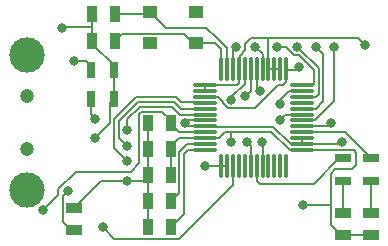
<source format=gbr>
%FSLAX43Y43*%
%MOMM*%
G71*
G01*
G75*
G04 Layer_Physical_Order=2*
G04 Layer_Color=16711680*
%ADD10R,2.700X1.000*%
%ADD11R,0.762X1.372*%
%ADD12R,0.650X1.100*%
%ADD13R,0.864X1.372*%
%ADD14R,1.372X0.762*%
%ADD15R,2.032X2.032*%
%ADD16R,1.372X0.864*%
%ADD17C,0.200*%
%ADD18C,1.200*%
%ADD19C,3.000*%
%ADD20C,0.800*%
%ADD21O,2.100X0.300*%
%ADD22O,0.300X2.100*%
%ADD23R,1.300X1.000*%
D11*
X22052Y14900D02*
D03*
X20147D02*
D03*
X22052Y12500D02*
D03*
X20147D02*
D03*
D13*
X26853Y3800D02*
D03*
X24948D02*
D03*
X26853Y1600D02*
D03*
X24948D02*
D03*
X26853Y6000D02*
D03*
X24948D02*
D03*
X26853Y8200D02*
D03*
X24948D02*
D03*
X26853Y10400D02*
D03*
X24948D02*
D03*
X22153Y17400D02*
D03*
X20247D02*
D03*
X22153Y19700D02*
D03*
X20247D02*
D03*
D14*
X43800Y7452D02*
D03*
Y5548D02*
D03*
X41500Y7452D02*
D03*
Y5548D02*
D03*
D16*
X43800Y2852D02*
D03*
Y947D02*
D03*
X41500Y2852D02*
D03*
Y947D02*
D03*
X18700Y3253D02*
D03*
Y1347D02*
D03*
D17*
X32000Y9700D02*
X35400D01*
X32000Y8800D02*
Y9700D01*
X35400D02*
X36950Y8150D01*
X36600Y14950D02*
X37450D01*
X31500Y9700D02*
X32000D01*
X33300Y8800D02*
X33650Y8450D01*
Y6800D02*
Y8450D01*
X36100Y10700D02*
X36550Y11150D01*
X38000D01*
X36100Y12000D02*
Y12400D01*
X36850Y13150D01*
X38000D01*
X20500Y9200D02*
X21700Y10400D01*
X20147Y11153D02*
Y12500D01*
Y11153D02*
X20500Y10800D01*
X37450Y14950D02*
X37700Y15200D01*
X38000Y13650D02*
X38950D01*
X39000Y13700D01*
Y14934D01*
X37734Y16200D02*
X39000Y14934D01*
X37310Y16200D02*
X37734D01*
X36610Y16900D02*
X37310Y16200D01*
X17736Y18550D02*
X20247D01*
X17700Y18514D02*
X17736Y18550D01*
X21700Y10400D02*
Y12148D01*
X22052Y12500D01*
X22100Y8300D02*
Y10791D01*
X22500Y9200D02*
Y10626D01*
X22100Y10791D02*
X23909Y12600D01*
X27331D01*
X24240Y11800D02*
X27000D01*
X23200Y10760D02*
X24240Y11800D01*
X23200Y9800D02*
Y10760D01*
X24074Y12200D02*
X27166D01*
X22500Y10626D02*
X24074Y12200D01*
X24391Y11386D02*
X26114D01*
X24216Y7016D02*
Y11210D01*
X24391Y11386D01*
X23500Y6300D02*
X24216Y7016D01*
X26114Y11386D02*
X26853Y10648D01*
Y10400D02*
Y10648D01*
X27166Y12200D02*
X27716Y11650D01*
X27746Y12186D02*
X29764D01*
X27331Y12600D02*
X27746Y12186D01*
X27000Y11800D02*
X27650Y11150D01*
X22052Y14900D02*
Y15347D01*
X20247Y17153D02*
X22052Y15347D01*
X20247Y17153D02*
Y17400D01*
X22052Y12500D02*
Y14900D01*
X18700Y15700D02*
X19700D01*
X20147Y15252D01*
Y14900D02*
Y15252D01*
X24948Y1600D02*
Y3800D01*
Y6000D02*
Y8200D01*
X27650Y11150D02*
X29800D01*
X27716Y11650D02*
X29800D01*
X22500Y9200D02*
X23200Y8500D01*
X29764Y12186D02*
X29800Y12150D01*
X22100Y8300D02*
X23200Y7200D01*
X26853Y10400D02*
X27603Y9650D01*
X29800D01*
X26853Y6000D02*
Y8200D01*
X27550Y9150D02*
X29800D01*
X26853Y8453D02*
X27550Y9150D01*
X26853Y8200D02*
Y8453D01*
Y3800D02*
X27584Y4532D01*
Y7984D01*
X28250Y8650D01*
X29800D01*
X26853Y1600D02*
X27984Y2732D01*
Y7819D01*
X28316Y8150D01*
X29800D01*
X24948Y8200D02*
Y10400D01*
X28350Y10650D02*
X29800D01*
X28350Y10150D02*
X29800D01*
X28100Y10400D02*
X28350Y10650D01*
X24948Y3800D02*
Y5500D01*
Y6000D01*
X43800Y2852D02*
Y5548D01*
X41500Y2852D02*
Y5548D01*
X21100Y1600D02*
X22086Y614D01*
X27614D01*
X32150Y5150D01*
Y6800D01*
X31150Y15000D02*
Y16700D01*
X30650Y17200D02*
X31150Y16700D01*
X29050Y17200D02*
X30650D01*
X30800Y17600D02*
X30816D01*
X31650Y15000D02*
Y16766D01*
X30816Y17600D02*
X31650Y16766D01*
X29900Y18500D02*
X30800Y17600D01*
X26450Y18500D02*
X29900D01*
X41500Y947D02*
X43800D01*
X22153Y19700D02*
X25050D01*
X25150Y19800D02*
X26450Y18500D01*
X22153Y17400D02*
X22753Y18000D01*
X28000D01*
X28800Y17200D01*
X29050D01*
X34150Y13350D02*
Y15000D01*
Y13350D02*
X34400Y13100D01*
X33650Y13150D02*
Y15000D01*
X33200Y12700D02*
X33650Y13150D01*
X34150Y5550D02*
Y6800D01*
X32150Y15000D02*
Y16650D01*
X32400Y16900D01*
X34650Y15000D02*
Y16250D01*
X34000Y16900D02*
X34650Y16250D01*
X33700Y16900D02*
X34000D01*
X20247Y17400D02*
Y18550D01*
Y19700D01*
X32014Y12386D02*
Y12614D01*
X33150Y13750D01*
Y15000D01*
X29800Y13650D02*
X32450D01*
X32650Y13850D01*
Y15000D01*
X32700Y15050D01*
Y16086D01*
X33200Y16586D01*
Y17090D01*
X33710Y17600D01*
X35150Y15000D02*
X35650D01*
X36150D01*
X35900Y16900D02*
X36610D01*
X37600Y16900D02*
X39400Y15100D01*
Y12900D02*
Y15100D01*
X39150Y12650D02*
X39400Y12900D01*
X38000Y12650D02*
X39150D01*
X33710Y17600D02*
X35150D01*
Y15000D02*
Y17600D01*
X42700D01*
X43300Y17000D01*
X39200Y16900D02*
X39800Y16300D01*
X38000Y11650D02*
X39150D01*
X39800Y12300D01*
Y16300D01*
X34600Y8800D02*
X34650Y8750D01*
Y6800D02*
Y8750D01*
X36950Y8150D02*
X38000D01*
X37016Y8650D02*
X38000D01*
X29800Y9150D02*
X30950D01*
X38000Y8650D02*
Y9150D01*
X37950Y11200D02*
X38000Y11150D01*
X36600Y14950D02*
X36650Y15000D01*
X33996Y11686D02*
X35960Y13650D01*
X31714Y11686D02*
X33996D01*
X31300Y12100D02*
X31714Y11686D01*
X31300Y12100D02*
Y12200D01*
X30850Y12650D02*
X31300Y12200D01*
X29800Y12650D02*
X30850D01*
X29800Y10150D02*
X29850Y10100D01*
X30950Y9150D02*
X31500Y9700D01*
X38000Y10650D02*
X39050D01*
X40700Y12300D01*
Y17000D01*
X31150Y6800D02*
X31650D01*
X34150Y5550D02*
X34400Y5300D01*
X39000D01*
X41153Y7452D01*
X41500D01*
X42350Y8150D02*
X42600Y7900D01*
Y6900D02*
Y7900D01*
X42200Y6500D02*
X42600Y6900D01*
X40766Y6500D02*
X42200D01*
X40400Y6134D02*
X40766Y6500D01*
X41252Y947D02*
X41500D01*
X40400Y1800D02*
X41252Y947D01*
X40400Y1800D02*
Y3500D01*
Y6134D01*
X38100Y3500D02*
X40400D01*
X36336Y13650D02*
X36600Y13914D01*
X35960Y13650D02*
X36336D01*
X36600Y13914D02*
Y14950D01*
X38000Y9650D02*
X41603D01*
X43800Y7452D01*
X38000Y8650D02*
X41213D01*
X38000Y10150D02*
X40150D01*
X40400Y10400D01*
X29800Y13150D02*
Y13650D01*
X29800Y6800D02*
X31150D01*
X35566Y10100D02*
X37016Y8650D01*
X29850Y10100D02*
X35566D01*
X18700Y3253D02*
X20948Y5500D01*
X23200D01*
X18452Y1347D02*
X18700D01*
X17714Y2086D02*
X18452Y1347D01*
X17714Y2086D02*
Y4214D01*
X18200Y4700D01*
X18810Y6300D02*
X23500D01*
X17314Y4804D02*
X18810Y6300D01*
X17314Y4314D02*
Y4804D01*
X16100Y3100D02*
X17314Y4314D01*
X41213Y8650D02*
X41413Y8850D01*
X38000Y8150D02*
X42350D01*
X23200Y5500D02*
X24948D01*
D18*
X14700Y8250D02*
D03*
Y12750D02*
D03*
D19*
Y4800D02*
D03*
Y16200D02*
D03*
D20*
X32000Y8800D02*
D03*
X37700Y15200D02*
D03*
X17700Y18514D02*
D03*
X20500Y9200D02*
D03*
X16100Y3100D02*
D03*
X18700Y15700D02*
D03*
X20500Y10800D02*
D03*
X23200Y9800D02*
D03*
Y8500D02*
D03*
Y7200D02*
D03*
X28100Y10400D02*
D03*
X23200Y5500D02*
D03*
X32014Y12386D02*
D03*
X21100Y1600D02*
D03*
X33200Y12700D02*
D03*
X34400Y13100D02*
D03*
X33300Y8800D02*
D03*
X32400Y16900D02*
D03*
X34000D02*
D03*
X35900Y16900D02*
D03*
X37600Y16900D02*
D03*
X40700D02*
D03*
X43300Y17000D02*
D03*
X39200Y16900D02*
D03*
X34600Y8800D02*
D03*
X36100Y12000D02*
D03*
Y10700D02*
D03*
X38100Y3500D02*
D03*
X40400Y10400D02*
D03*
X29800Y6800D02*
D03*
X18200Y4700D02*
D03*
X41413Y8850D02*
D03*
D21*
X29800Y13650D02*
D03*
Y13150D02*
D03*
Y12650D02*
D03*
Y12150D02*
D03*
Y11650D02*
D03*
Y11150D02*
D03*
Y10650D02*
D03*
Y10150D02*
D03*
Y9650D02*
D03*
Y9150D02*
D03*
Y8650D02*
D03*
Y8150D02*
D03*
X38000D02*
D03*
Y8650D02*
D03*
Y9150D02*
D03*
Y9650D02*
D03*
Y10150D02*
D03*
Y10650D02*
D03*
Y11150D02*
D03*
Y11650D02*
D03*
Y12150D02*
D03*
Y12650D02*
D03*
Y13150D02*
D03*
Y13650D02*
D03*
D22*
X31150Y6800D02*
D03*
X31650D02*
D03*
X32150D02*
D03*
X32650D02*
D03*
X33150D02*
D03*
X33650D02*
D03*
X34150D02*
D03*
X34650D02*
D03*
X35150D02*
D03*
X35650D02*
D03*
X36150D02*
D03*
X36650D02*
D03*
Y15000D02*
D03*
X36150D02*
D03*
X35650D02*
D03*
X35150D02*
D03*
X34650D02*
D03*
X34150D02*
D03*
X33650D02*
D03*
X33150D02*
D03*
X32650D02*
D03*
X32150D02*
D03*
X31650D02*
D03*
X31150D02*
D03*
D23*
X25150Y19800D02*
D03*
X29050D02*
D03*
Y17200D02*
D03*
X25150D02*
D03*
M02*

</source>
